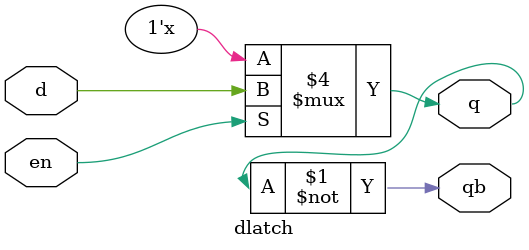
<source format=v>
module dlatch(input d,en,output reg q, output qb);
   assign qb =~q;
   always @(*) begin
     if(en==1)
      q<=d;
   end
endmodule
       

</source>
